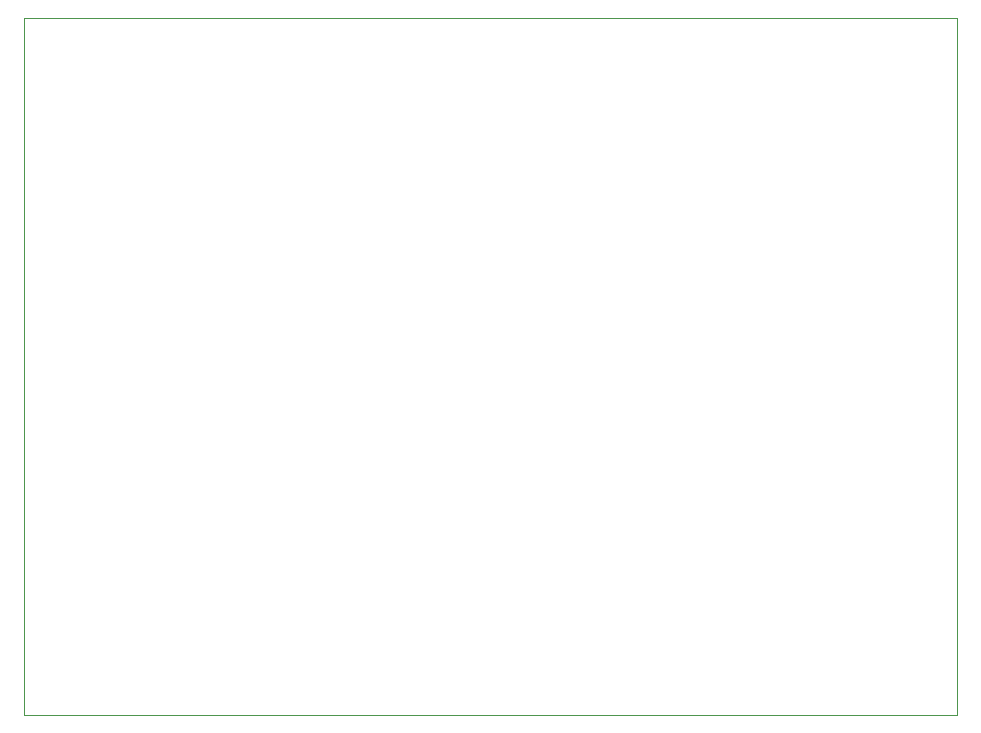
<source format=gbr>
G04 #@! TF.GenerationSoftware,KiCad,Pcbnew,5.0.2-bee76a0~70~ubuntu16.04.1*
G04 #@! TF.CreationDate,2020-05-07T16:47:39-03:00*
G04 #@! TF.ProjectId,FPGA para todos,46504741-2070-4617-9261-20746f646f73,1.2*
G04 #@! TF.SameCoordinates,Original*
G04 #@! TF.FileFunction,Other,User*
%FSLAX46Y46*%
G04 Gerber Fmt 4.6, Leading zero omitted, Abs format (unit mm)*
G04 Created by KiCad (PCBNEW 5.0.2-bee76a0~70~ubuntu16.04.1) date jue 07 may 2020 16:47:39 -03*
%MOMM*%
%LPD*%
G01*
G04 APERTURE LIST*
%ADD10C,0.100000*%
G04 APERTURE END LIST*
D10*
X180600000Y-120850000D02*
X101600000Y-120850000D01*
X180600000Y-61850000D02*
X180600000Y-120850000D01*
X101600000Y-61850000D02*
X180600000Y-61850000D01*
X101600000Y-120850000D02*
X101600000Y-61850000D01*
M02*

</source>
